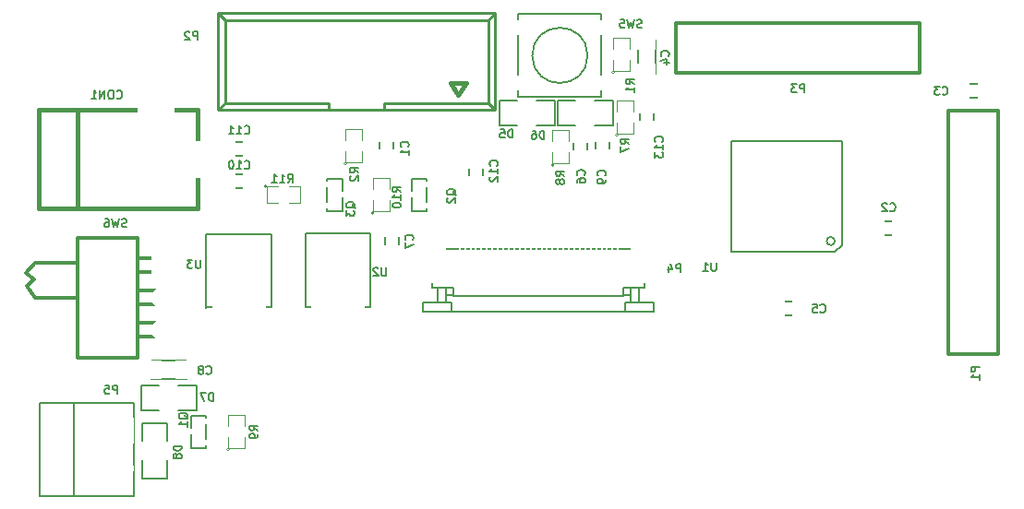
<source format=gbo>
G04 (created by PCBNEW (2013-07-07 BZR 4022)-stable) date 21/05/2014 18:52:46*
%MOIN*%
G04 Gerber Fmt 3.4, Leading zero omitted, Abs format*
%FSLAX34Y34*%
G01*
G70*
G90*
G04 APERTURE LIST*
%ADD10C,0.00590551*%
%ADD11C,0.01*%
%ADD12C,0.016*%
%ADD13C,0.008*%
%ADD14C,0.012*%
%ADD15C,0.005*%
%ADD16C,0.0039*%
%ADD17C,0.0075*%
%ADD18C,0.015*%
%ADD19C,0.0593*%
%ADD20R,0.0098X0.06*%
%ADD21O,0.0098X0.06*%
%ADD22O,0.06X0.0098*%
%ADD23C,0.0787402*%
%ADD24R,0.0787402X0.0787402*%
%ADD25C,0.055*%
%ADD26R,0.0394X0.0236*%
%ADD27R,0.06X0.08*%
%ADD28R,0.08X0.06*%
%ADD29R,0.055X0.035*%
%ADD30R,0.035X0.055*%
%ADD31R,0.0255906X0.0492126*%
%ADD32R,0.018X0.028*%
%ADD33R,0.19685X0.255906*%
%ADD34R,0.06X0.06*%
%ADD35C,0.06*%
%ADD36C,0.0944882*%
%ADD37R,0.0944882X0.0944882*%
%ADD38R,0.071X0.063*%
%ADD39R,0.063X0.071*%
%ADD40R,0.059X0.0512*%
%ADD41R,0.0512X0.059*%
%ADD42R,0.1378X0.1378*%
%ADD43R,0.01X0.08*%
%ADD44R,0.1X0.13*%
G04 APERTURE END LIST*
G54D10*
G54D11*
X9503Y13224D02*
X13253Y13224D01*
X7503Y13224D02*
X3753Y13224D01*
X9503Y12974D02*
X3503Y12974D01*
X13503Y16474D02*
X3503Y16474D01*
X13253Y16224D02*
X3753Y16224D01*
X13503Y12974D02*
X9503Y12974D01*
X3503Y16474D02*
X3503Y12974D01*
X3753Y13224D02*
X3753Y16224D01*
X3753Y13224D02*
X3503Y12974D01*
X3753Y16224D02*
X3503Y16474D01*
X13253Y16224D02*
X13503Y16474D01*
X7503Y12974D02*
X7503Y13224D01*
X13253Y16224D02*
X13253Y13224D01*
X13253Y13224D02*
X13503Y12974D01*
X9503Y13224D02*
X9503Y12974D01*
X13503Y16474D02*
X13503Y12974D01*
G54D12*
X12455Y13949D02*
X12180Y13528D01*
X12180Y13528D02*
X11904Y13949D01*
X11904Y13949D02*
X12455Y13949D01*
G54D13*
X25773Y8235D02*
G75*
G03X25773Y8235I-150J0D01*
G74*
G01*
X22023Y11835D02*
X26023Y11835D01*
X26023Y11835D02*
X26023Y8085D01*
X26023Y8085D02*
X25773Y7835D01*
X25773Y7835D02*
X22023Y7835D01*
X22023Y7835D02*
X22023Y11835D01*
G54D14*
X-3129Y6846D02*
X-3425Y7082D01*
X-3425Y7082D02*
X-3090Y7456D01*
X-3129Y6846D02*
X-3405Y6610D01*
X-3405Y6610D02*
X-3110Y6196D01*
X1503Y7627D02*
X1503Y7127D01*
X1496Y7127D02*
X590Y7127D01*
X1496Y7627D02*
X590Y7627D01*
X590Y6446D02*
X1496Y6446D01*
X1503Y6446D02*
X1503Y5946D01*
X1496Y5946D02*
X590Y5946D01*
X590Y5265D02*
X1496Y5265D01*
X1503Y5265D02*
X1503Y4765D01*
X1496Y4765D02*
X590Y4765D01*
X590Y8362D02*
X590Y4031D01*
X590Y4031D02*
X-1574Y4031D01*
X-1574Y4031D02*
X-1574Y8362D01*
X-1574Y8362D02*
X590Y8362D01*
X-1574Y7446D02*
X-3110Y7446D01*
X-3110Y6196D02*
X-1574Y6196D01*
G54D15*
X16846Y14946D02*
G75*
G03X16846Y14946I-999J0D01*
G74*
G01*
X14346Y13446D02*
X17346Y13446D01*
X17346Y13446D02*
X17346Y16446D01*
X17346Y16446D02*
X14346Y16446D01*
X14346Y13446D02*
X14346Y16446D01*
X3070Y963D02*
X3330Y963D01*
X3070Y1713D02*
X3330Y1713D01*
X2520Y1338D02*
X2260Y1338D01*
X2520Y1928D02*
X2520Y748D01*
X2520Y748D02*
X3070Y748D01*
X3070Y748D02*
X3070Y1928D01*
X3070Y1928D02*
X2520Y1928D01*
X7441Y10276D02*
X7181Y10276D01*
X7441Y9526D02*
X7181Y9526D01*
X7991Y9901D02*
X8251Y9901D01*
X7991Y9311D02*
X7991Y10491D01*
X7991Y10491D02*
X7441Y10491D01*
X7441Y10491D02*
X7441Y9311D01*
X7441Y9311D02*
X7991Y9311D01*
X11042Y9526D02*
X11302Y9526D01*
X11042Y10276D02*
X11302Y10276D01*
X10492Y9901D02*
X10232Y9901D01*
X10492Y10491D02*
X10492Y9311D01*
X10492Y9311D02*
X11042Y9311D01*
X11042Y9311D02*
X11042Y10491D01*
X11042Y10491D02*
X10492Y10491D01*
X17756Y13326D02*
X17756Y12426D01*
X17756Y12426D02*
X17106Y12426D01*
X16406Y13326D02*
X15756Y13326D01*
X15756Y13326D02*
X15756Y12426D01*
X15756Y12426D02*
X16406Y12426D01*
X17106Y13326D02*
X17756Y13326D01*
X15656Y13326D02*
X15656Y12426D01*
X15656Y12426D02*
X15006Y12426D01*
X14306Y13326D02*
X13656Y13326D01*
X13656Y13326D02*
X13656Y12426D01*
X13656Y12426D02*
X14306Y12426D01*
X15006Y13326D02*
X15656Y13326D01*
X1670Y-350D02*
X770Y-350D01*
X770Y-350D02*
X770Y299D01*
X1670Y999D02*
X1670Y1649D01*
X1670Y1649D02*
X770Y1649D01*
X770Y1649D02*
X770Y999D01*
X1670Y299D02*
X1670Y-350D01*
X732Y2128D02*
X732Y3028D01*
X732Y3028D02*
X1382Y3028D01*
X2082Y2128D02*
X2732Y2128D01*
X2732Y2128D02*
X2732Y3028D01*
X2732Y3028D02*
X2082Y3028D01*
X1382Y2128D02*
X732Y2128D01*
G54D16*
X9139Y9251D02*
G75*
G03X9139Y9251I-50J0D01*
G74*
G01*
X9089Y9701D02*
X9089Y9301D01*
X9089Y9301D02*
X9689Y9301D01*
X9689Y9301D02*
X9689Y9701D01*
X9689Y10101D02*
X9689Y10501D01*
X9689Y10501D02*
X9089Y10501D01*
X9089Y10501D02*
X9089Y10101D01*
X8155Y11023D02*
G75*
G03X8155Y11023I-50J0D01*
G74*
G01*
X8105Y11473D02*
X8105Y11073D01*
X8105Y11073D02*
X8705Y11073D01*
X8705Y11073D02*
X8705Y11473D01*
X8705Y11873D02*
X8705Y12273D01*
X8705Y12273D02*
X8105Y12273D01*
X8105Y12273D02*
X8105Y11873D01*
X17820Y14330D02*
G75*
G03X17820Y14330I-50J0D01*
G74*
G01*
X17770Y14780D02*
X17770Y14380D01*
X17770Y14380D02*
X18370Y14380D01*
X18370Y14380D02*
X18370Y14780D01*
X18370Y15180D02*
X18370Y15580D01*
X18370Y15580D02*
X17770Y15580D01*
X17770Y15580D02*
X17770Y15180D01*
X5266Y10205D02*
G75*
G03X5266Y10205I-50J0D01*
G74*
G01*
X5666Y10205D02*
X5266Y10205D01*
X5266Y10205D02*
X5266Y9605D01*
X5266Y9605D02*
X5666Y9605D01*
X6066Y9605D02*
X6466Y9605D01*
X6466Y9605D02*
X6466Y10205D01*
X6466Y10205D02*
X6066Y10205D01*
X17946Y12066D02*
G75*
G03X17946Y12066I-50J0D01*
G74*
G01*
X17896Y12516D02*
X17896Y12116D01*
X17896Y12116D02*
X18496Y12116D01*
X18496Y12116D02*
X18496Y12516D01*
X18496Y12916D02*
X18496Y13316D01*
X18496Y13316D02*
X17896Y13316D01*
X17896Y13316D02*
X17896Y12916D01*
X15626Y10986D02*
G75*
G03X15626Y10986I-50J0D01*
G74*
G01*
X15576Y11436D02*
X15576Y11036D01*
X15576Y11036D02*
X16176Y11036D01*
X16176Y11036D02*
X16176Y11436D01*
X16176Y11836D02*
X16176Y12236D01*
X16176Y12236D02*
X15576Y12236D01*
X15576Y12236D02*
X15576Y11836D01*
X3923Y688D02*
G75*
G03X3923Y688I-50J0D01*
G74*
G01*
X3873Y1138D02*
X3873Y738D01*
X3873Y738D02*
X4473Y738D01*
X4473Y738D02*
X4473Y1138D01*
X4473Y1538D02*
X4473Y1938D01*
X4473Y1938D02*
X3873Y1938D01*
X3873Y1938D02*
X3873Y1538D01*
G54D10*
X3080Y8494D02*
X5423Y8494D01*
X5423Y8494D02*
X5423Y5836D01*
X5423Y5836D02*
X3090Y5836D01*
X3080Y8494D02*
X3080Y5826D01*
G54D15*
X3347Y8749D02*
X3347Y8969D01*
G54D10*
X6663Y8513D02*
X9005Y8513D01*
X9005Y8513D02*
X9005Y5856D01*
X9005Y5856D02*
X6673Y5856D01*
X6663Y8513D02*
X6663Y5846D01*
G54D15*
X6930Y8768D02*
X6930Y8988D01*
G54D17*
X-2917Y2370D02*
X-2917Y-976D01*
X468Y2370D02*
X-2917Y2370D01*
X-1696Y2370D02*
X-1696Y-976D01*
X468Y-976D02*
X-2917Y-976D01*
X468Y-976D02*
X468Y2370D01*
G54D15*
X18656Y15351D02*
X19296Y15351D01*
X19296Y14451D02*
X18656Y14451D01*
X19296Y14271D02*
X18656Y14271D01*
X18656Y14271D02*
X18656Y15531D01*
X18656Y15531D02*
X19296Y15531D01*
X19296Y15531D02*
X19296Y14271D01*
X2182Y3902D02*
X2182Y3262D01*
X1282Y3262D02*
X1282Y3902D01*
X1102Y3262D02*
X1102Y3902D01*
X1102Y3902D02*
X2362Y3902D01*
X2362Y3902D02*
X2362Y3262D01*
X2362Y3262D02*
X1102Y3262D01*
X10033Y8478D02*
X9533Y8478D01*
X10033Y7978D02*
X9543Y7978D01*
X10033Y7828D02*
X10033Y8628D01*
X10033Y8628D02*
X9533Y8628D01*
X9533Y8628D02*
X9533Y7828D01*
X9533Y7828D02*
X10033Y7828D01*
X9336Y11423D02*
X9836Y11423D01*
X9336Y11923D02*
X9826Y11923D01*
X9336Y12073D02*
X9336Y11273D01*
X9336Y11273D02*
X9836Y11273D01*
X9836Y11273D02*
X9836Y12073D01*
X9836Y12073D02*
X9336Y12073D01*
X4521Y11324D02*
X4521Y11824D01*
X4021Y11324D02*
X4021Y11814D01*
X3871Y11324D02*
X4671Y11324D01*
X4671Y11324D02*
X4671Y11824D01*
X4671Y11824D02*
X3871Y11824D01*
X3871Y11824D02*
X3871Y11324D01*
X17126Y11426D02*
X17626Y11426D01*
X17126Y11926D02*
X17616Y11926D01*
X17126Y12076D02*
X17126Y11276D01*
X17126Y11276D02*
X17626Y11276D01*
X17626Y11276D02*
X17626Y12076D01*
X17626Y12076D02*
X17126Y12076D01*
X18726Y12466D02*
X19226Y12466D01*
X18726Y12966D02*
X19216Y12966D01*
X18726Y13116D02*
X18726Y12316D01*
X18726Y12316D02*
X19226Y12316D01*
X19226Y12316D02*
X19226Y13116D01*
X19226Y13116D02*
X18726Y13116D01*
X27446Y8946D02*
X27446Y8446D01*
X27946Y8946D02*
X27946Y8456D01*
X28096Y8946D02*
X27296Y8946D01*
X27296Y8946D02*
X27296Y8446D01*
X27296Y8446D02*
X28096Y8446D01*
X28096Y8446D02*
X28096Y8946D01*
X23844Y6057D02*
X23844Y5557D01*
X24344Y6057D02*
X24344Y5567D01*
X24494Y6057D02*
X23694Y6057D01*
X23694Y6057D02*
X23694Y5557D01*
X23694Y5557D02*
X24494Y5557D01*
X24494Y5557D02*
X24494Y6057D01*
X31033Y13431D02*
X31033Y13931D01*
X30533Y13431D02*
X30533Y13921D01*
X30383Y13431D02*
X31183Y13431D01*
X31183Y13431D02*
X31183Y13931D01*
X31183Y13931D02*
X30383Y13931D01*
X30383Y13931D02*
X30383Y13431D01*
X4021Y10643D02*
X4021Y10143D01*
X4521Y10643D02*
X4521Y10153D01*
X4671Y10643D02*
X3871Y10643D01*
X3871Y10643D02*
X3871Y10143D01*
X3871Y10143D02*
X4671Y10143D01*
X4671Y10143D02*
X4671Y10643D01*
X16346Y11406D02*
X16846Y11406D01*
X16346Y11906D02*
X16836Y11906D01*
X16346Y12056D02*
X16346Y11256D01*
X16346Y11256D02*
X16846Y11256D01*
X16846Y11256D02*
X16846Y12056D01*
X16846Y12056D02*
X16346Y12056D01*
X12564Y10458D02*
X13064Y10458D01*
X12564Y10958D02*
X13054Y10958D01*
X12564Y11108D02*
X12564Y10308D01*
X12564Y10308D02*
X13064Y10308D01*
X13064Y10308D02*
X13064Y11108D01*
X13064Y11108D02*
X12564Y11108D01*
G54D18*
X-1578Y9424D02*
X-1578Y12968D01*
X-2956Y9424D02*
X-2956Y12968D01*
X-2956Y12968D02*
X2752Y12968D01*
X2752Y12968D02*
X2752Y9424D01*
X2752Y9424D02*
X-2956Y9424D01*
G54D14*
X28848Y14316D02*
X28848Y16116D01*
X20048Y16116D02*
X20048Y14316D01*
X20048Y14316D02*
X28848Y14316D01*
X28848Y16116D02*
X20048Y16116D01*
X31679Y12962D02*
X29879Y12962D01*
X29879Y4162D02*
X31679Y4162D01*
X31679Y4162D02*
X31679Y12962D01*
X29879Y12962D02*
X29879Y4162D01*
G54D15*
X18894Y7937D02*
X13254Y7937D01*
X11246Y6557D02*
X11246Y7937D01*
X18894Y7937D02*
X13254Y7937D01*
X18894Y7937D02*
X13254Y7937D01*
X11936Y6017D02*
X11936Y5697D01*
X10896Y6017D02*
X11936Y6017D01*
X10896Y5697D02*
X10896Y6017D01*
X11746Y6557D02*
X11746Y6017D01*
X11996Y6277D02*
X11746Y6277D01*
X11426Y6557D02*
X11426Y6017D01*
X11996Y6557D02*
X11246Y6557D01*
X11996Y6237D02*
X11996Y6557D01*
X18144Y6237D02*
X11996Y6237D01*
X18894Y7937D02*
X18894Y6557D01*
X18894Y6557D02*
X18144Y6557D01*
X18144Y6557D02*
X18144Y6237D01*
X18144Y6277D02*
X18394Y6277D01*
X18714Y6557D02*
X18714Y6017D01*
X18394Y6557D02*
X18394Y6017D01*
X19244Y5697D02*
X19244Y6017D01*
X19244Y6017D02*
X18204Y6017D01*
X18204Y6017D02*
X18204Y5697D01*
X19244Y5697D02*
X10896Y5697D01*
X18894Y7937D02*
X11246Y7937D01*
X2760Y15508D02*
X2760Y15808D01*
X2646Y15808D01*
X2617Y15794D01*
X2603Y15779D01*
X2589Y15751D01*
X2589Y15708D01*
X2603Y15679D01*
X2617Y15665D01*
X2646Y15651D01*
X2760Y15651D01*
X2475Y15779D02*
X2460Y15794D01*
X2432Y15808D01*
X2360Y15808D01*
X2332Y15794D01*
X2317Y15779D01*
X2303Y15751D01*
X2303Y15722D01*
X2317Y15679D01*
X2489Y15508D01*
X2303Y15508D01*
X21488Y7462D02*
X21488Y7219D01*
X21474Y7190D01*
X21459Y7176D01*
X21431Y7162D01*
X21374Y7162D01*
X21345Y7176D01*
X21331Y7190D01*
X21316Y7219D01*
X21316Y7462D01*
X21016Y7162D02*
X21188Y7162D01*
X21102Y7162D02*
X21102Y7462D01*
X21131Y7419D01*
X21159Y7390D01*
X21188Y7376D01*
X203Y8751D02*
X160Y8736D01*
X88Y8736D01*
X60Y8751D01*
X46Y8765D01*
X31Y8793D01*
X31Y8822D01*
X46Y8851D01*
X60Y8865D01*
X88Y8879D01*
X146Y8893D01*
X174Y8908D01*
X188Y8922D01*
X203Y8951D01*
X203Y8979D01*
X188Y9008D01*
X174Y9022D01*
X146Y9036D01*
X74Y9036D01*
X31Y9022D01*
X-68Y9036D02*
X-139Y8736D01*
X-196Y8951D01*
X-253Y8736D01*
X-325Y9036D01*
X-568Y9036D02*
X-511Y9036D01*
X-482Y9022D01*
X-468Y9008D01*
X-439Y8965D01*
X-425Y8908D01*
X-425Y8793D01*
X-439Y8765D01*
X-453Y8751D01*
X-482Y8736D01*
X-539Y8736D01*
X-568Y8751D01*
X-582Y8765D01*
X-596Y8793D01*
X-596Y8865D01*
X-582Y8893D01*
X-568Y8908D01*
X-539Y8922D01*
X-482Y8922D01*
X-453Y8908D01*
X-439Y8893D01*
X-425Y8865D01*
X18805Y15955D02*
X18762Y15941D01*
X18691Y15941D01*
X18662Y15955D01*
X18648Y15970D01*
X18634Y15998D01*
X18634Y16027D01*
X18648Y16055D01*
X18662Y16070D01*
X18691Y16084D01*
X18748Y16098D01*
X18776Y16112D01*
X18791Y16127D01*
X18805Y16155D01*
X18805Y16184D01*
X18791Y16212D01*
X18776Y16227D01*
X18748Y16241D01*
X18676Y16241D01*
X18634Y16227D01*
X18534Y16241D02*
X18462Y15941D01*
X18405Y16155D01*
X18348Y15941D01*
X18276Y16241D01*
X18019Y16241D02*
X18162Y16241D01*
X18176Y16098D01*
X18162Y16112D01*
X18134Y16127D01*
X18062Y16127D01*
X18034Y16112D01*
X18019Y16098D01*
X18005Y16070D01*
X18005Y15998D01*
X18019Y15970D01*
X18034Y15955D01*
X18062Y15941D01*
X18134Y15941D01*
X18162Y15955D01*
X18176Y15970D01*
X2413Y1800D02*
X2399Y1828D01*
X2370Y1857D01*
X2328Y1900D01*
X2313Y1928D01*
X2313Y1957D01*
X2385Y1943D02*
X2370Y1971D01*
X2342Y2000D01*
X2285Y2014D01*
X2185Y2014D01*
X2128Y2000D01*
X2099Y1971D01*
X2085Y1943D01*
X2085Y1885D01*
X2099Y1857D01*
X2128Y1828D01*
X2185Y1814D01*
X2285Y1814D01*
X2342Y1828D01*
X2370Y1857D01*
X2385Y1885D01*
X2385Y1943D01*
X2385Y1528D02*
X2385Y1700D01*
X2385Y1614D02*
X2085Y1614D01*
X2128Y1643D01*
X2156Y1671D01*
X2170Y1700D01*
X8457Y9418D02*
X8442Y9446D01*
X8414Y9475D01*
X8371Y9518D01*
X8357Y9546D01*
X8357Y9575D01*
X8428Y9561D02*
X8414Y9589D01*
X8385Y9618D01*
X8328Y9632D01*
X8228Y9632D01*
X8171Y9618D01*
X8142Y9589D01*
X8128Y9561D01*
X8128Y9504D01*
X8142Y9475D01*
X8171Y9446D01*
X8228Y9432D01*
X8328Y9432D01*
X8385Y9446D01*
X8414Y9475D01*
X8428Y9504D01*
X8428Y9561D01*
X8128Y9332D02*
X8128Y9146D01*
X8242Y9246D01*
X8242Y9204D01*
X8257Y9175D01*
X8271Y9161D01*
X8299Y9146D01*
X8371Y9146D01*
X8399Y9161D01*
X8414Y9175D01*
X8428Y9204D01*
X8428Y9289D01*
X8414Y9318D01*
X8399Y9332D01*
X12098Y9890D02*
X12084Y9919D01*
X12055Y9947D01*
X12013Y9990D01*
X11998Y10019D01*
X11998Y10047D01*
X12070Y10033D02*
X12055Y10062D01*
X12027Y10090D01*
X11970Y10105D01*
X11870Y10105D01*
X11813Y10090D01*
X11784Y10062D01*
X11770Y10033D01*
X11770Y9976D01*
X11784Y9947D01*
X11813Y9919D01*
X11870Y9905D01*
X11970Y9905D01*
X12027Y9919D01*
X12055Y9947D01*
X12070Y9976D01*
X12070Y10033D01*
X11798Y9790D02*
X11784Y9776D01*
X11770Y9747D01*
X11770Y9676D01*
X11784Y9647D01*
X11798Y9633D01*
X11827Y9619D01*
X11855Y9619D01*
X11898Y9633D01*
X12070Y9805D01*
X12070Y9619D01*
X15280Y11925D02*
X15280Y12225D01*
X15209Y12225D01*
X15166Y12211D01*
X15137Y12182D01*
X15123Y12154D01*
X15109Y12097D01*
X15109Y12054D01*
X15123Y11997D01*
X15137Y11968D01*
X15166Y11940D01*
X15209Y11925D01*
X15280Y11925D01*
X14851Y12225D02*
X14909Y12225D01*
X14937Y12211D01*
X14951Y12197D01*
X14980Y12154D01*
X14994Y12097D01*
X14994Y11982D01*
X14980Y11954D01*
X14966Y11940D01*
X14937Y11925D01*
X14880Y11925D01*
X14851Y11940D01*
X14837Y11954D01*
X14823Y11982D01*
X14823Y12054D01*
X14837Y12082D01*
X14851Y12097D01*
X14880Y12111D01*
X14937Y12111D01*
X14966Y12097D01*
X14980Y12082D01*
X14994Y12054D01*
X14138Y11965D02*
X14138Y12265D01*
X14067Y12265D01*
X14024Y12250D01*
X13995Y12222D01*
X13981Y12193D01*
X13967Y12136D01*
X13967Y12093D01*
X13981Y12036D01*
X13995Y12008D01*
X14024Y11979D01*
X14067Y11965D01*
X14138Y11965D01*
X13695Y12265D02*
X13838Y12265D01*
X13853Y12122D01*
X13838Y12136D01*
X13810Y12150D01*
X13738Y12150D01*
X13710Y12136D01*
X13695Y12122D01*
X13681Y12093D01*
X13681Y12022D01*
X13695Y11993D01*
X13710Y11979D01*
X13738Y11965D01*
X13810Y11965D01*
X13838Y11979D01*
X13853Y11993D01*
X2188Y831D02*
X1888Y831D01*
X1888Y760D01*
X1902Y717D01*
X1931Y688D01*
X1959Y674D01*
X2016Y660D01*
X2059Y660D01*
X2116Y674D01*
X2145Y688D01*
X2174Y717D01*
X2188Y760D01*
X2188Y831D01*
X2016Y488D02*
X2002Y517D01*
X1988Y531D01*
X1959Y545D01*
X1945Y545D01*
X1916Y531D01*
X1902Y517D01*
X1888Y488D01*
X1888Y431D01*
X1902Y403D01*
X1916Y388D01*
X1945Y374D01*
X1959Y374D01*
X1988Y388D01*
X2002Y403D01*
X2016Y431D01*
X2016Y488D01*
X2031Y517D01*
X2045Y531D01*
X2074Y545D01*
X2131Y545D01*
X2159Y531D01*
X2174Y517D01*
X2188Y488D01*
X2188Y431D01*
X2174Y403D01*
X2159Y388D01*
X2131Y374D01*
X2074Y374D01*
X2045Y388D01*
X2031Y403D01*
X2016Y431D01*
X3331Y2457D02*
X3331Y2757D01*
X3260Y2757D01*
X3217Y2743D01*
X3188Y2714D01*
X3174Y2685D01*
X3160Y2628D01*
X3160Y2585D01*
X3174Y2528D01*
X3188Y2500D01*
X3217Y2471D01*
X3260Y2457D01*
X3331Y2457D01*
X3060Y2757D02*
X2860Y2757D01*
X2988Y2457D01*
X10101Y10015D02*
X9958Y10115D01*
X10101Y10187D02*
X9801Y10187D01*
X9801Y10072D01*
X9816Y10044D01*
X9830Y10029D01*
X9858Y10015D01*
X9901Y10015D01*
X9930Y10029D01*
X9944Y10044D01*
X9958Y10072D01*
X9958Y10187D01*
X10101Y9729D02*
X10101Y9901D01*
X10101Y9815D02*
X9801Y9815D01*
X9844Y9844D01*
X9873Y9872D01*
X9887Y9901D01*
X9801Y9544D02*
X9801Y9515D01*
X9816Y9487D01*
X9830Y9472D01*
X9858Y9458D01*
X9916Y9444D01*
X9987Y9444D01*
X10044Y9458D01*
X10073Y9472D01*
X10087Y9487D01*
X10101Y9515D01*
X10101Y9544D01*
X10087Y9572D01*
X10073Y9587D01*
X10044Y9601D01*
X9987Y9615D01*
X9916Y9615D01*
X9858Y9601D01*
X9830Y9587D01*
X9816Y9572D01*
X9801Y9544D01*
X8566Y10699D02*
X8423Y10799D01*
X8566Y10871D02*
X8266Y10871D01*
X8266Y10756D01*
X8280Y10728D01*
X8294Y10713D01*
X8323Y10699D01*
X8366Y10699D01*
X8394Y10713D01*
X8409Y10728D01*
X8423Y10756D01*
X8423Y10871D01*
X8294Y10585D02*
X8280Y10571D01*
X8266Y10542D01*
X8266Y10471D01*
X8280Y10442D01*
X8294Y10428D01*
X8323Y10413D01*
X8352Y10413D01*
X8394Y10428D01*
X8566Y10599D01*
X8566Y10413D01*
X18526Y13908D02*
X18384Y14008D01*
X18526Y14079D02*
X18226Y14079D01*
X18226Y13965D01*
X18241Y13936D01*
X18255Y13922D01*
X18284Y13908D01*
X18326Y13908D01*
X18355Y13922D01*
X18369Y13936D01*
X18384Y13965D01*
X18384Y14079D01*
X18526Y13622D02*
X18526Y13793D01*
X18526Y13708D02*
X18226Y13708D01*
X18269Y13736D01*
X18298Y13765D01*
X18312Y13793D01*
X6019Y10351D02*
X6119Y10493D01*
X6191Y10351D02*
X6191Y10651D01*
X6076Y10651D01*
X6048Y10636D01*
X6033Y10622D01*
X6019Y10593D01*
X6019Y10551D01*
X6033Y10522D01*
X6048Y10508D01*
X6076Y10493D01*
X6191Y10493D01*
X5733Y10351D02*
X5905Y10351D01*
X5819Y10351D02*
X5819Y10651D01*
X5848Y10608D01*
X5876Y10579D01*
X5905Y10565D01*
X5448Y10351D02*
X5619Y10351D01*
X5533Y10351D02*
X5533Y10651D01*
X5562Y10608D01*
X5591Y10579D01*
X5619Y10565D01*
X18349Y11742D02*
X18206Y11842D01*
X18349Y11914D02*
X18049Y11914D01*
X18049Y11800D01*
X18064Y11771D01*
X18078Y11757D01*
X18106Y11742D01*
X18149Y11742D01*
X18178Y11757D01*
X18192Y11771D01*
X18206Y11800D01*
X18206Y11914D01*
X18049Y11642D02*
X18049Y11442D01*
X18349Y11571D01*
X16007Y10581D02*
X15864Y10681D01*
X16007Y10752D02*
X15707Y10752D01*
X15707Y10638D01*
X15721Y10610D01*
X15735Y10595D01*
X15764Y10581D01*
X15807Y10581D01*
X15835Y10595D01*
X15850Y10610D01*
X15864Y10638D01*
X15864Y10752D01*
X15835Y10410D02*
X15821Y10438D01*
X15807Y10452D01*
X15778Y10467D01*
X15764Y10467D01*
X15735Y10452D01*
X15721Y10438D01*
X15707Y10410D01*
X15707Y10352D01*
X15721Y10324D01*
X15735Y10310D01*
X15764Y10295D01*
X15778Y10295D01*
X15807Y10310D01*
X15821Y10324D01*
X15835Y10352D01*
X15835Y10410D01*
X15850Y10438D01*
X15864Y10452D01*
X15892Y10467D01*
X15950Y10467D01*
X15978Y10452D01*
X15992Y10438D01*
X16007Y10410D01*
X16007Y10352D01*
X15992Y10324D01*
X15978Y10310D01*
X15950Y10295D01*
X15892Y10295D01*
X15864Y10310D01*
X15850Y10324D01*
X15835Y10352D01*
X4944Y1388D02*
X4801Y1488D01*
X4944Y1560D02*
X4644Y1560D01*
X4644Y1445D01*
X4658Y1417D01*
X4672Y1402D01*
X4701Y1388D01*
X4744Y1388D01*
X4772Y1402D01*
X4787Y1417D01*
X4801Y1445D01*
X4801Y1560D01*
X4944Y1245D02*
X4944Y1188D01*
X4929Y1160D01*
X4915Y1145D01*
X4872Y1117D01*
X4815Y1102D01*
X4701Y1102D01*
X4672Y1117D01*
X4658Y1131D01*
X4644Y1160D01*
X4644Y1217D01*
X4658Y1245D01*
X4672Y1260D01*
X4701Y1274D01*
X4772Y1274D01*
X4801Y1260D01*
X4815Y1245D01*
X4829Y1217D01*
X4829Y1160D01*
X4815Y1131D01*
X4801Y1117D01*
X4772Y1102D01*
X2866Y7560D02*
X2866Y7317D01*
X2852Y7289D01*
X2837Y7274D01*
X2809Y7260D01*
X2752Y7260D01*
X2723Y7274D01*
X2709Y7289D01*
X2694Y7317D01*
X2694Y7560D01*
X2580Y7560D02*
X2394Y7560D01*
X2494Y7446D01*
X2452Y7446D01*
X2423Y7431D01*
X2409Y7417D01*
X2394Y7389D01*
X2394Y7317D01*
X2409Y7289D01*
X2423Y7274D01*
X2452Y7260D01*
X2537Y7260D01*
X2566Y7274D01*
X2580Y7289D01*
X9578Y7265D02*
X9578Y7022D01*
X9564Y6993D01*
X9550Y6979D01*
X9521Y6965D01*
X9464Y6965D01*
X9436Y6979D01*
X9421Y6993D01*
X9407Y7022D01*
X9407Y7265D01*
X9278Y7236D02*
X9264Y7250D01*
X9236Y7265D01*
X9164Y7265D01*
X9136Y7250D01*
X9121Y7236D01*
X9107Y7208D01*
X9107Y7179D01*
X9121Y7136D01*
X9293Y6965D01*
X9107Y6965D01*
X-132Y2713D02*
X-132Y3013D01*
X-247Y3013D01*
X-275Y2998D01*
X-290Y2984D01*
X-304Y2956D01*
X-304Y2913D01*
X-290Y2884D01*
X-275Y2870D01*
X-247Y2856D01*
X-132Y2856D01*
X-575Y3013D02*
X-432Y3013D01*
X-418Y2870D01*
X-432Y2884D01*
X-461Y2898D01*
X-532Y2898D01*
X-561Y2884D01*
X-575Y2870D01*
X-590Y2841D01*
X-590Y2770D01*
X-575Y2741D01*
X-561Y2727D01*
X-532Y2713D01*
X-461Y2713D01*
X-432Y2727D01*
X-418Y2741D01*
X19758Y14931D02*
X19772Y14946D01*
X19786Y14989D01*
X19786Y15017D01*
X19772Y15060D01*
X19743Y15089D01*
X19715Y15103D01*
X19658Y15117D01*
X19615Y15117D01*
X19558Y15103D01*
X19529Y15089D01*
X19501Y15060D01*
X19486Y15017D01*
X19486Y14989D01*
X19501Y14946D01*
X19515Y14931D01*
X19586Y14674D02*
X19786Y14674D01*
X19472Y14746D02*
X19686Y14817D01*
X19686Y14631D01*
X3081Y3450D02*
X3095Y3436D01*
X3138Y3421D01*
X3167Y3421D01*
X3210Y3436D01*
X3238Y3464D01*
X3252Y3493D01*
X3267Y3550D01*
X3267Y3593D01*
X3252Y3650D01*
X3238Y3679D01*
X3210Y3707D01*
X3167Y3721D01*
X3138Y3721D01*
X3095Y3707D01*
X3081Y3693D01*
X2910Y3593D02*
X2938Y3607D01*
X2952Y3621D01*
X2967Y3650D01*
X2967Y3664D01*
X2952Y3693D01*
X2938Y3707D01*
X2910Y3721D01*
X2852Y3721D01*
X2824Y3707D01*
X2810Y3693D01*
X2795Y3664D01*
X2795Y3650D01*
X2810Y3621D01*
X2824Y3607D01*
X2852Y3593D01*
X2910Y3593D01*
X2938Y3579D01*
X2952Y3564D01*
X2967Y3536D01*
X2967Y3479D01*
X2952Y3450D01*
X2938Y3436D01*
X2910Y3421D01*
X2852Y3421D01*
X2824Y3436D01*
X2810Y3450D01*
X2795Y3479D01*
X2795Y3536D01*
X2810Y3564D01*
X2824Y3579D01*
X2852Y3593D01*
X10525Y8278D02*
X10540Y8292D01*
X10554Y8335D01*
X10554Y8364D01*
X10540Y8406D01*
X10511Y8435D01*
X10483Y8449D01*
X10425Y8464D01*
X10383Y8464D01*
X10325Y8449D01*
X10297Y8435D01*
X10268Y8406D01*
X10254Y8364D01*
X10254Y8335D01*
X10268Y8292D01*
X10283Y8278D01*
X10254Y8178D02*
X10254Y7978D01*
X10554Y8106D01*
X10368Y11644D02*
X10382Y11658D01*
X10397Y11701D01*
X10397Y11730D01*
X10382Y11773D01*
X10354Y11801D01*
X10325Y11815D01*
X10268Y11830D01*
X10225Y11830D01*
X10168Y11815D01*
X10139Y11801D01*
X10111Y11773D01*
X10097Y11730D01*
X10097Y11701D01*
X10111Y11658D01*
X10125Y11644D01*
X10397Y11358D02*
X10397Y11530D01*
X10397Y11444D02*
X10097Y11444D01*
X10139Y11473D01*
X10168Y11501D01*
X10182Y11530D01*
X4464Y12131D02*
X4478Y12117D01*
X4521Y12102D01*
X4550Y12102D01*
X4593Y12117D01*
X4621Y12145D01*
X4635Y12174D01*
X4650Y12231D01*
X4650Y12274D01*
X4635Y12331D01*
X4621Y12360D01*
X4593Y12388D01*
X4550Y12402D01*
X4521Y12402D01*
X4478Y12388D01*
X4464Y12374D01*
X4178Y12102D02*
X4350Y12102D01*
X4264Y12102D02*
X4264Y12402D01*
X4293Y12360D01*
X4321Y12331D01*
X4350Y12317D01*
X3893Y12102D02*
X4064Y12102D01*
X3978Y12102D02*
X3978Y12402D01*
X4007Y12360D01*
X4035Y12331D01*
X4064Y12317D01*
X17474Y10601D02*
X17489Y10615D01*
X17503Y10658D01*
X17503Y10686D01*
X17489Y10729D01*
X17460Y10758D01*
X17431Y10772D01*
X17374Y10786D01*
X17331Y10786D01*
X17274Y10772D01*
X17246Y10758D01*
X17217Y10729D01*
X17203Y10686D01*
X17203Y10658D01*
X17217Y10615D01*
X17231Y10601D01*
X17503Y10458D02*
X17503Y10401D01*
X17489Y10372D01*
X17474Y10358D01*
X17431Y10329D01*
X17374Y10315D01*
X17260Y10315D01*
X17231Y10329D01*
X17217Y10344D01*
X17203Y10372D01*
X17203Y10429D01*
X17217Y10458D01*
X17231Y10472D01*
X17260Y10486D01*
X17331Y10486D01*
X17360Y10472D01*
X17374Y10458D01*
X17389Y10429D01*
X17389Y10372D01*
X17374Y10344D01*
X17360Y10329D01*
X17331Y10315D01*
X19541Y11826D02*
X19555Y11841D01*
X19570Y11883D01*
X19570Y11912D01*
X19555Y11955D01*
X19527Y11983D01*
X19498Y11998D01*
X19441Y12012D01*
X19398Y12012D01*
X19341Y11998D01*
X19313Y11983D01*
X19284Y11955D01*
X19270Y11912D01*
X19270Y11883D01*
X19284Y11841D01*
X19298Y11826D01*
X19570Y11541D02*
X19570Y11712D01*
X19570Y11626D02*
X19270Y11626D01*
X19313Y11655D01*
X19341Y11683D01*
X19355Y11712D01*
X19270Y11441D02*
X19270Y11255D01*
X19384Y11355D01*
X19384Y11312D01*
X19398Y11283D01*
X19413Y11269D01*
X19441Y11255D01*
X19513Y11255D01*
X19541Y11269D01*
X19555Y11283D01*
X19570Y11312D01*
X19570Y11398D01*
X19555Y11426D01*
X19541Y11441D01*
X27766Y9336D02*
X27780Y9321D01*
X27823Y9307D01*
X27852Y9307D01*
X27895Y9321D01*
X27923Y9350D01*
X27937Y9379D01*
X27952Y9436D01*
X27952Y9479D01*
X27937Y9536D01*
X27923Y9564D01*
X27895Y9593D01*
X27852Y9607D01*
X27823Y9607D01*
X27780Y9593D01*
X27766Y9579D01*
X27652Y9579D02*
X27637Y9593D01*
X27609Y9607D01*
X27537Y9607D01*
X27509Y9593D01*
X27495Y9579D01*
X27480Y9550D01*
X27480Y9521D01*
X27495Y9479D01*
X27666Y9307D01*
X27480Y9307D01*
X25246Y5674D02*
X25261Y5660D01*
X25303Y5646D01*
X25332Y5646D01*
X25375Y5660D01*
X25403Y5689D01*
X25418Y5717D01*
X25432Y5774D01*
X25432Y5817D01*
X25418Y5874D01*
X25403Y5903D01*
X25375Y5932D01*
X25332Y5946D01*
X25303Y5946D01*
X25261Y5932D01*
X25246Y5917D01*
X24975Y5946D02*
X25118Y5946D01*
X25132Y5803D01*
X25118Y5817D01*
X25089Y5832D01*
X25018Y5832D01*
X24989Y5817D01*
X24975Y5803D01*
X24961Y5774D01*
X24961Y5703D01*
X24975Y5674D01*
X24989Y5660D01*
X25018Y5646D01*
X25089Y5646D01*
X25118Y5660D01*
X25132Y5674D01*
X29656Y13548D02*
X29670Y13534D01*
X29713Y13520D01*
X29742Y13520D01*
X29784Y13534D01*
X29813Y13563D01*
X29827Y13591D01*
X29842Y13648D01*
X29842Y13691D01*
X29827Y13748D01*
X29813Y13777D01*
X29784Y13806D01*
X29742Y13820D01*
X29713Y13820D01*
X29670Y13806D01*
X29656Y13791D01*
X29556Y13820D02*
X29370Y13820D01*
X29470Y13706D01*
X29427Y13706D01*
X29399Y13691D01*
X29384Y13677D01*
X29370Y13648D01*
X29370Y13577D01*
X29384Y13548D01*
X29399Y13534D01*
X29427Y13520D01*
X29513Y13520D01*
X29542Y13534D01*
X29556Y13548D01*
X4464Y10871D02*
X4478Y10857D01*
X4521Y10843D01*
X4550Y10843D01*
X4593Y10857D01*
X4621Y10885D01*
X4635Y10914D01*
X4650Y10971D01*
X4650Y11014D01*
X4635Y11071D01*
X4621Y11100D01*
X4593Y11128D01*
X4550Y11143D01*
X4521Y11143D01*
X4478Y11128D01*
X4464Y11114D01*
X4178Y10843D02*
X4350Y10843D01*
X4264Y10843D02*
X4264Y11143D01*
X4293Y11100D01*
X4321Y11071D01*
X4350Y11057D01*
X3993Y11143D02*
X3964Y11143D01*
X3935Y11128D01*
X3921Y11114D01*
X3907Y11085D01*
X3893Y11028D01*
X3893Y10957D01*
X3907Y10900D01*
X3921Y10871D01*
X3935Y10857D01*
X3964Y10843D01*
X3993Y10843D01*
X4021Y10857D01*
X4035Y10871D01*
X4050Y10900D01*
X4064Y10957D01*
X4064Y11028D01*
X4050Y11085D01*
X4035Y11114D01*
X4021Y11128D01*
X3993Y11143D01*
X16726Y10620D02*
X16741Y10635D01*
X16755Y10678D01*
X16755Y10706D01*
X16741Y10749D01*
X16712Y10778D01*
X16683Y10792D01*
X16626Y10806D01*
X16583Y10806D01*
X16526Y10792D01*
X16498Y10778D01*
X16469Y10749D01*
X16455Y10706D01*
X16455Y10678D01*
X16469Y10635D01*
X16483Y10620D01*
X16455Y10363D02*
X16455Y10420D01*
X16469Y10449D01*
X16483Y10463D01*
X16526Y10492D01*
X16583Y10506D01*
X16698Y10506D01*
X16726Y10492D01*
X16741Y10478D01*
X16755Y10449D01*
X16755Y10392D01*
X16741Y10363D01*
X16726Y10349D01*
X16698Y10335D01*
X16626Y10335D01*
X16598Y10349D01*
X16583Y10363D01*
X16569Y10392D01*
X16569Y10449D01*
X16583Y10478D01*
X16598Y10492D01*
X16626Y10506D01*
X13577Y10960D02*
X13591Y10974D01*
X13605Y11017D01*
X13605Y11046D01*
X13591Y11089D01*
X13562Y11117D01*
X13534Y11132D01*
X13477Y11146D01*
X13434Y11146D01*
X13377Y11132D01*
X13348Y11117D01*
X13319Y11089D01*
X13305Y11046D01*
X13305Y11017D01*
X13319Y10974D01*
X13334Y10960D01*
X13605Y10674D02*
X13605Y10846D01*
X13605Y10760D02*
X13305Y10760D01*
X13348Y10789D01*
X13377Y10817D01*
X13391Y10846D01*
X13334Y10560D02*
X13319Y10546D01*
X13305Y10517D01*
X13305Y10446D01*
X13319Y10417D01*
X13334Y10403D01*
X13362Y10389D01*
X13391Y10389D01*
X13434Y10403D01*
X13605Y10574D01*
X13605Y10389D01*
X-147Y13411D02*
X-133Y13396D01*
X-90Y13382D01*
X-61Y13382D01*
X-18Y13396D01*
X9Y13425D01*
X23Y13453D01*
X38Y13511D01*
X38Y13553D01*
X23Y13611D01*
X9Y13639D01*
X-18Y13668D01*
X-61Y13682D01*
X-90Y13682D01*
X-133Y13668D01*
X-147Y13653D01*
X-333Y13682D02*
X-390Y13682D01*
X-418Y13668D01*
X-447Y13639D01*
X-461Y13582D01*
X-461Y13482D01*
X-447Y13425D01*
X-418Y13396D01*
X-390Y13382D01*
X-333Y13382D01*
X-304Y13396D01*
X-276Y13425D01*
X-261Y13482D01*
X-261Y13582D01*
X-276Y13639D01*
X-304Y13668D01*
X-333Y13682D01*
X-590Y13382D02*
X-590Y13682D01*
X-761Y13382D01*
X-761Y13682D01*
X-1061Y13382D02*
X-890Y13382D01*
X-976Y13382D02*
X-976Y13682D01*
X-947Y13639D01*
X-918Y13611D01*
X-890Y13596D01*
X24670Y13599D02*
X24670Y13899D01*
X24555Y13899D01*
X24527Y13884D01*
X24513Y13870D01*
X24498Y13841D01*
X24498Y13799D01*
X24513Y13770D01*
X24527Y13756D01*
X24555Y13741D01*
X24670Y13741D01*
X24398Y13899D02*
X24213Y13899D01*
X24313Y13784D01*
X24270Y13784D01*
X24241Y13770D01*
X24227Y13756D01*
X24213Y13727D01*
X24213Y13656D01*
X24227Y13627D01*
X24241Y13613D01*
X24270Y13599D01*
X24355Y13599D01*
X24384Y13613D01*
X24398Y13627D01*
X30987Y3685D02*
X30687Y3685D01*
X30687Y3571D01*
X30701Y3543D01*
X30716Y3528D01*
X30744Y3514D01*
X30787Y3514D01*
X30816Y3528D01*
X30830Y3543D01*
X30844Y3571D01*
X30844Y3685D01*
X30987Y3228D02*
X30987Y3400D01*
X30987Y3314D02*
X30687Y3314D01*
X30730Y3343D01*
X30758Y3371D01*
X30773Y3400D01*
X20201Y7102D02*
X20201Y7402D01*
X20087Y7402D01*
X20058Y7388D01*
X20044Y7374D01*
X20030Y7345D01*
X20030Y7302D01*
X20044Y7274D01*
X20058Y7260D01*
X20087Y7245D01*
X20201Y7245D01*
X19773Y7302D02*
X19773Y7102D01*
X19844Y7417D02*
X19916Y7202D01*
X19730Y7202D01*
%LPC*%
G54D19*
X11503Y14224D03*
X11503Y15224D03*
X10503Y14224D03*
X10503Y15224D03*
X9503Y14224D03*
X9503Y15224D03*
X8503Y14224D03*
X8503Y15224D03*
X7503Y14224D03*
X7503Y15224D03*
X6503Y14224D03*
X6503Y15224D03*
X5503Y14224D03*
X5503Y15224D03*
G54D20*
X25531Y7492D03*
G54D21*
X25334Y7492D03*
X25137Y7492D03*
X24940Y7492D03*
X24743Y7492D03*
X24547Y7492D03*
X24350Y7492D03*
X24153Y7492D03*
X23956Y7492D03*
X23759Y7492D03*
X23562Y7492D03*
X23366Y7492D03*
X23169Y7492D03*
X22972Y7492D03*
X22775Y7492D03*
X22578Y7492D03*
G54D22*
X21680Y8327D03*
X21680Y8524D03*
X21680Y8721D03*
X21680Y8918D03*
X21680Y9115D03*
X21680Y9311D03*
X21680Y9508D03*
X21680Y9705D03*
X21680Y9902D03*
X21680Y10099D03*
X21680Y10296D03*
X21680Y10492D03*
X21680Y10689D03*
X21680Y10886D03*
X21680Y11083D03*
X21680Y11280D03*
G54D21*
X22578Y12178D03*
X22775Y12178D03*
X22972Y12178D03*
X23169Y12178D03*
X23366Y12178D03*
X23562Y12178D03*
X23759Y12178D03*
X23956Y12178D03*
X24153Y12178D03*
X24350Y12178D03*
X24547Y12178D03*
X24743Y12178D03*
X24940Y12178D03*
X25137Y12178D03*
X25334Y12178D03*
X25531Y12178D03*
G54D22*
X26366Y11280D03*
X26366Y11083D03*
X26366Y10689D03*
X26373Y10886D03*
X26366Y10492D03*
X26366Y10296D03*
X26366Y10099D03*
X26366Y9902D03*
X26366Y9705D03*
X26366Y9508D03*
X26366Y9314D03*
X26366Y9117D03*
X26366Y8920D03*
X26366Y8723D03*
X26366Y8527D03*
X26366Y8330D03*
G54D23*
X1496Y6196D03*
G54D24*
X1496Y7377D03*
G54D23*
X1496Y5015D03*
G54D25*
X17346Y13946D03*
X17346Y15946D03*
X14346Y13946D03*
X14346Y15946D03*
G54D23*
X8877Y-2244D03*
X8877Y-358D03*
X14000Y-2244D03*
X14000Y-358D03*
X2377Y-2244D03*
X2377Y-358D03*
X7500Y-2244D03*
X7500Y-358D03*
X23070Y-2259D03*
X23070Y-374D03*
X28192Y-2259D03*
X28192Y-374D03*
X16279Y-2259D03*
X16279Y-374D03*
X21401Y-2259D03*
X21401Y-374D03*
G54D26*
X3211Y1713D03*
X2379Y1338D03*
X3211Y963D03*
X7300Y9526D03*
X8132Y9901D03*
X7300Y10276D03*
X11183Y10276D03*
X10351Y9901D03*
X11183Y9526D03*
G54D27*
X17406Y12876D03*
X16106Y12876D03*
X15306Y12876D03*
X14006Y12876D03*
G54D28*
X1220Y0D03*
X1220Y1299D03*
G54D27*
X1082Y2578D03*
X2382Y2578D03*
G54D29*
X9389Y9526D03*
X9389Y10276D03*
X8405Y11298D03*
X8405Y12048D03*
X18070Y14605D03*
X18070Y15355D03*
G54D30*
X5491Y9905D03*
X6241Y9905D03*
G54D29*
X18196Y12341D03*
X18196Y13091D03*
X15876Y11261D03*
X15876Y12011D03*
X4173Y963D03*
X4173Y1713D03*
G54D31*
X3346Y8897D03*
X5157Y8897D03*
G54D32*
X4251Y8661D03*
G54D33*
X4251Y6899D03*
G54D31*
X6929Y8917D03*
X8740Y8917D03*
G54D32*
X7834Y8681D03*
G54D33*
X7834Y6919D03*
G54D34*
X5846Y11173D03*
G54D35*
X5846Y12173D03*
G54D34*
X11681Y12165D03*
G54D35*
X10681Y12165D03*
G54D34*
X7224Y12173D03*
G54D35*
X7224Y11173D03*
G54D36*
X-3Y7D03*
G54D37*
X-3Y1385D03*
G54D38*
X18976Y15451D03*
X18976Y14351D03*
G54D39*
X2282Y3582D03*
X1182Y3582D03*
G54D40*
X9783Y8603D03*
X9783Y7853D03*
X9586Y11298D03*
X9586Y12048D03*
G54D41*
X4646Y11574D03*
X3896Y11574D03*
G54D40*
X17376Y11301D03*
X17376Y12051D03*
X18976Y12341D03*
X18976Y13091D03*
G54D41*
X27321Y8696D03*
X28071Y8696D03*
X23719Y5807D03*
X24469Y5807D03*
X31158Y13681D03*
X30408Y13681D03*
X3896Y10393D03*
X4646Y10393D03*
G54D40*
X16596Y11281D03*
X16596Y12031D03*
X12814Y10333D03*
X12814Y11083D03*
G54D42*
X2437Y11196D03*
X75Y11196D03*
X1256Y13046D03*
G54D35*
X27448Y14716D03*
X28448Y15716D03*
G54D34*
X20448Y15716D03*
G54D35*
X20448Y14716D03*
X21448Y15716D03*
X21448Y14716D03*
X22448Y15716D03*
X22448Y14716D03*
X23448Y15716D03*
X23448Y14716D03*
X24448Y15716D03*
X24448Y14716D03*
X25448Y15716D03*
X25448Y14716D03*
X26448Y15716D03*
X26448Y14716D03*
X27448Y15716D03*
X28448Y14716D03*
X31279Y11562D03*
X30279Y12562D03*
G54D34*
X30279Y4562D03*
G54D35*
X31279Y4562D03*
X30279Y5562D03*
X31279Y5562D03*
X30279Y6562D03*
X31279Y6562D03*
X30279Y7562D03*
X31279Y7562D03*
X30279Y8562D03*
X31279Y8562D03*
X30279Y9562D03*
X31279Y9562D03*
X30279Y10562D03*
X31279Y10562D03*
X30279Y11562D03*
X31279Y12562D03*
G54D43*
X12224Y8217D03*
X12814Y8217D03*
X12421Y8217D03*
X13208Y8217D03*
X13405Y8217D03*
X13996Y8217D03*
X12618Y8217D03*
X13602Y8217D03*
X14404Y8217D03*
X14599Y8217D03*
X15974Y8217D03*
X16174Y8217D03*
X16369Y8217D03*
X15779Y8217D03*
X17944Y8217D03*
X16564Y8217D03*
X16764Y8217D03*
X16959Y8217D03*
X17154Y8217D03*
X17354Y8217D03*
X17549Y8217D03*
X17744Y8217D03*
X15584Y8217D03*
X15384Y8217D03*
X15189Y8217D03*
X14994Y8217D03*
X14794Y8217D03*
X13011Y8217D03*
X13799Y8217D03*
X14204Y8217D03*
G54D44*
X18914Y7337D03*
X11228Y7337D03*
M02*

</source>
